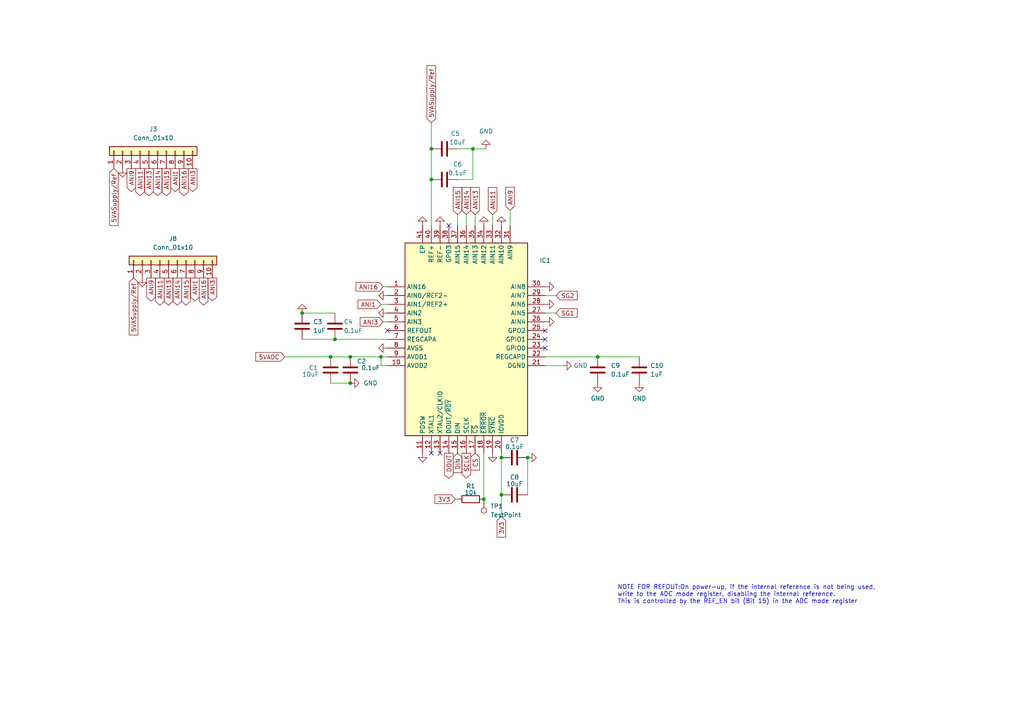
<source format=kicad_sch>
(kicad_sch (version 20230121) (generator eeschema)
  (paper "A4")
  (lib_symbols
    (symbol "21xt_symbols:AD7175-8BCPZ-RL7"
      (property "Reference" "IC" (at 41.91 17.78 0))
      (property "Value" "AD7175-8BCPZ-RL7" (at 41.91 15.24 0))
      (symbol "AD7175-8BCPZ-RL7_1_1"
        (rectangle (start 5.08 12.7) (end 40.64 -43.18) (stroke (width 0.254)) (fill (type background)))
        (pin passive line (at 0 0 0) (length 5.08) (name "AIN16") (number "1"))
        (pin passive line (at 0 -22.86 0) (length 5.08) (name "AVDD2") (number "10"))
        (pin passive line (at 10.16 -48.26 90) (length 5.08) (name "PDSW") (number "11"))
        (pin passive line (at 12.7 -48.26 90) (length 5.08) (name "XTAL1") (number "12"))
        (pin passive line (at 15.24 -48.26 90) (length 5.08) (name "XTAL2/CLKIO") (number "13"))
        (pin passive line (at 17.78 -48.26 90) (length 5.08) (name "DOUT/~{RDY}") (number "14"))
        (pin passive line (at 20.32 -48.26 90) (length 5.08) (name "DIN") (number "15"))
        (pin passive line (at 22.86 -48.26 90) (length 5.08) (name "SCLK") (number "16"))
        (pin passive line (at 25.4 -48.26 90) (length 5.08) (name "~{CS}") (number "17"))
        (pin passive line (at 27.94 -48.26 90) (length 5.08) (name "~{ERROR}") (number "18"))
        (pin passive line (at 30.48 -48.26 90) (length 5.08) (name "~{SYNC}") (number "19"))
        (pin passive line (at 0 -2.54 0) (length 5.08) (name "AIN0/REF2-") (number "2"))
        (pin passive line (at 33.02 -48.26 90) (length 5.08) (name "IOVDD") (number "20"))
        (pin passive line (at 45.72 -22.86 180) (length 5.08) (name "DGND") (number "21"))
        (pin passive line (at 45.72 -20.32 180) (length 5.08) (name "REGCAPD") (number "22"))
        (pin passive line (at 45.72 -17.78 180) (length 5.08) (name "GPIO0") (number "23"))
        (pin passive line (at 45.72 -15.24 180) (length 5.08) (name "GPIO1") (number "24"))
        (pin passive line (at 45.72 -12.7 180) (length 5.08) (name "GPO2") (number "25"))
        (pin passive line (at 45.72 -10.16 180) (length 5.08) (name "AIN4") (number "26"))
        (pin passive line (at 45.72 -7.62 180) (length 5.08) (name "AIN5") (number "27"))
        (pin passive line (at 45.72 -5.08 180) (length 5.08) (name "AIN6") (number "28"))
        (pin passive line (at 45.72 -2.54 180) (length 5.08) (name "AIN7") (number "29"))
        (pin passive line (at 0 -5.08 0) (length 5.08) (name "AIN1/REF2+") (number "3"))
        (pin passive line (at 45.72 0 180) (length 5.08) (name "AIN8") (number "30"))
        (pin passive line (at 35.56 17.78 270) (length 5.08) (name "AIN9") (number "31"))
        (pin passive line (at 33.02 17.78 270) (length 5.08) (name "AIN10") (number "32"))
        (pin passive line (at 30.48 17.78 270) (length 5.08) (name "AIN11") (number "33"))
        (pin passive line (at 27.94 17.78 270) (length 5.08) (name "AIN12") (number "34"))
        (pin passive line (at 25.4 17.78 270) (length 5.08) (name "AIN13") (number "35"))
        (pin passive line (at 22.86 17.78 270) (length 5.08) (name "AIN14") (number "36"))
        (pin passive line (at 20.32 17.78 270) (length 5.08) (name "AIN15") (number "37"))
        (pin passive line (at 17.78 17.78 270) (length 5.08) (name "GPO3") (number "38"))
        (pin passive line (at 15.24 17.78 270) (length 5.08) (name "REF-") (number "39"))
        (pin passive line (at 0 -7.62 0) (length 5.08) (name "AIN2") (number "4"))
        (pin passive line (at 12.7 17.78 270) (length 5.08) (name "REF+") (number "40"))
        (pin passive line (at 10.16 17.78 270) (length 5.08) (name "EP") (number "41"))
        (pin passive line (at 0 -10.16 0) (length 5.08) (name "AIN3") (number "5"))
        (pin passive line (at 0 -12.7 0) (length 5.08) (name "REFOUT") (number "6"))
        (pin passive line (at 0 -15.24 0) (length 5.08) (name "REGCAPA") (number "7"))
        (pin passive line (at 0 -17.78 0) (length 5.08) (name "AVSS") (number "8"))
        (pin passive line (at 0 -20.32 0) (length 5.08) (name "AVDD1") (number "9"))
      )
    )
    (symbol "Connector:TestPoint" (pin_numbers hide) (pin_names (offset 0.762) hide)
      (property "Reference" "TP" (at 0 6.858 0))
      (property "Value" "TestPoint" (at 0 5.08 0))
      (symbol "TestPoint_0_1"
        (circle (center 0 3.302) (radius 0.762))
      )
      (symbol "TestPoint_1_1"
        (pin passive line (at 0 0 90) (length 2.54) (name "1") (number "1"))
      )
    )
    (symbol "Connector_Generic:Conn_01x10" (pin_names (offset 1.016) hide)
      (property "Reference" "J" (at 0 12.7 0))
      (property "Value" "Conn_01x10" (at 0 -15.24 0))
      (symbol "Conn_01x10_1_1"
        (rectangle (start -1.27 -12.573) (end 0 -12.827) (stroke (width 0.1524)))
        (rectangle (start -1.27 -10.033) (end 0 -10.287) (stroke (width 0.1524)))
        (rectangle (start -1.27 -7.493) (end 0 -7.747) (stroke (width 0.1524)))
        (rectangle (start -1.27 -4.953) (end 0 -5.207) (stroke (width 0.1524)))
        (rectangle (start -1.27 -2.413) (end 0 -2.667) (stroke (width 0.1524)))
        (rectangle (start -1.27 0.127) (end 0 -0.127) (stroke (width 0.1524)))
        (rectangle (start -1.27 2.667) (end 0 2.413) (stroke (width 0.1524)))
        (rectangle (start -1.27 5.207) (end 0 4.953) (stroke (width 0.1524)))
        (rectangle (start -1.27 7.747) (end 0 7.493) (stroke (width 0.1524)))
        (rectangle (start -1.27 10.287) (end 0 10.033) (stroke (width 0.1524)))
        (rectangle (start -1.27 11.43) (end 1.27 -13.97) (stroke (width 0.254)) (fill (type background)))
        (pin passive line (at -5.08 10.16 0) (length 3.81) (name "Pin_1") (number "1"))
        (pin passive line (at -5.08 -12.7 0) (length 3.81) (name "Pin_10") (number "10"))
        (pin passive line (at -5.08 7.62 0) (length 3.81) (name "Pin_2") (number "2"))
        (pin passive line (at -5.08 5.08 0) (length 3.81) (name "Pin_3") (number "3"))
        (pin passive line (at -5.08 2.54 0) (length 3.81) (name "Pin_4") (number "4"))
        (pin passive line (at -5.08 0 0) (length 3.81) (name "Pin_5") (number "5"))
        (pin passive line (at -5.08 -2.54 0) (length 3.81) (name "Pin_6") (number "6"))
        (pin passive line (at -5.08 -5.08 0) (length 3.81) (name "Pin_7") (number "7"))
        (pin passive line (at -5.08 -7.62 0) (length 3.81) (name "Pin_8") (number "8"))
        (pin passive line (at -5.08 -10.16 0) (length 3.81) (name "Pin_9") (number "9"))
      )
    )
    (symbol "Device:C" (pin_numbers hide) (pin_names (offset 0.254))
      (property "Reference" "C" (at 0.635 2.54 0))
      (property "Value" "C" (at 0.635 -2.54 0))
      (symbol "C_0_1"
        (polyline (pts (xy -2.032 -0.762) (xy 2.032 -0.762)) (stroke (width 0.508)))
        (polyline (pts (xy -2.032 0.762) (xy 2.032 0.762)) (stroke (width 0.508)))
      )
      (symbol "C_1_1"
        (pin passive line (at 0 3.81 270) (length 2.794) (name "~") (number "1"))
        (pin passive line (at 0 -3.81 90) (length 2.794) (name "~") (number "2"))
      )
    )
    (symbol "Device:R" (pin_numbers hide) (pin_names (offset 0))
      (property "Reference" "R" (at 2.032 0 90))
      (property "Value" "R" (at 0 0 90))
      (symbol "R_0_1"
        (rectangle (start -1.016 -2.54) (end 1.016 2.54) (stroke (width 0.254)))
      )
      (symbol "R_1_1"
        (pin passive line (at 0 3.81 270) (length 1.27) (name "~") (number "1"))
        (pin passive line (at 0 -3.81 90) (length 1.27) (name "~") (number "2"))
      )
    )
    (symbol "power:GND" (power) (pin_names (offset 0))
      (property "Value" "GND" (at 0 -3.81 0))
      (symbol "GND_0_1"
        (polyline (pts (xy 0 0) (xy 0 -1.27) (xy 1.27 -1.27) (xy 0 -2.54) (xy -1.27 -1.27) (xy 0 -1.27)))
      )
      (symbol "GND_1_1"
        (pin power_in line (at 0 0 270) (length 0) hide (name "GND") (number "1"))
      )
    )
  )
  (junction (at 145.415 132.715))
  (junction (at 87.63 90.805))
  (junction (at 101.6 111.125))
  (junction (at 153.035 132.715))
  (junction (at 110.49 103.505))
  (junction (at 140.335 144.78))
  (junction (at 173.355 103.505))
  (junction (at 95.885 103.505))
  (junction (at 145.415 143.51))
  (junction (at 125.095 43.18))
  (junction (at 137.16 43.18))
  (junction (at 97.155 98.425))
  (junction (at 125.095 52.07))
  (junction (at 101.6 103.505))
  (no_connect (at 130.175 65.405))
  (no_connect (at 158.115 100.965))
  (no_connect (at 112.395 95.885))
  (no_connect (at 125.095 131.445))
  (no_connect (at 158.115 98.425))
  (no_connect (at 158.115 95.885))
  (no_connect (at 127.635 131.445))
  (wire (pts (xy 111.125 93.345) (xy 112.395 93.345)))
  (wire (pts (xy 87.63 90.805) (xy 97.155 90.805)))
  (wire (pts (xy 111.125 83.185) (xy 112.395 83.185)))
  (wire (pts (xy 145.415 143.51) (xy 145.415 149.86)))
  (wire (pts (xy 158.115 106.045) (xy 163.195 106.045)))
  (wire (pts (xy 153.035 132.715) (xy 153.035 143.51)))
  (wire (pts (xy 82.55 103.505) (xy 95.885 103.505)))
  (wire (pts (xy 110.49 103.505) (xy 112.395 103.505)))
  (wire (pts (xy 97.155 98.425) (xy 112.395 98.425)))
  (wire (pts (xy 110.49 88.265) (xy 112.395 88.265)))
  (wire (pts (xy 137.795 62.23) (xy 137.795 65.405)))
  (wire (pts (xy 137.16 43.18) (xy 140.97 43.18)))
  (wire (pts (xy 95.885 111.125) (xy 101.6 111.125)))
  (wire (pts (xy 125.095 35.56) (xy 125.095 43.18)))
  (wire (pts (xy 135.255 62.23) (xy 135.255 65.405)))
  (wire (pts (xy 132.715 62.23) (xy 132.715 65.405)))
  (wire (pts (xy 87.63 98.425) (xy 97.155 98.425)))
  (wire (pts (xy 140.335 131.445) (xy 140.335 144.78)))
  (wire (pts (xy 161.29 90.805) (xy 158.115 90.805)))
  (wire (pts (xy 125.095 52.07) (xy 125.095 65.405)))
  (wire (pts (xy 161.29 85.725) (xy 158.115 85.725)))
  (wire (pts (xy 145.415 132.715) (xy 145.415 143.51)))
  (wire (pts (xy 142.875 62.23) (xy 142.875 65.405)))
  (wire (pts (xy 101.6 103.505) (xy 110.49 103.505)))
  (wire (pts (xy 125.095 52.07) (xy 125.095 43.18)))
  (wire (pts (xy 147.955 60.96) (xy 147.955 65.405)))
  (wire (pts (xy 137.16 52.07) (xy 137.16 43.18)))
  (wire (pts (xy 137.16 43.18) (xy 132.715 43.18)))
  (wire (pts (xy 145.415 131.445) (xy 145.415 132.715)))
  (wire (pts (xy 112.395 106.045) (xy 110.49 106.045)))
  (wire (pts (xy 173.355 103.505) (xy 185.42 103.505)))
  (wire (pts (xy 132.715 52.07) (xy 137.16 52.07)))
  (wire (pts (xy 95.885 103.505) (xy 101.6 103.505)))
  (wire (pts (xy 132.08 144.78) (xy 132.715 144.78)))
  (wire (pts (xy 110.49 106.045) (xy 110.49 103.505)))
  (wire (pts (xy 158.115 103.505) (xy 173.355 103.505)))
  (text "NOTE FOR REFOUT:On power-up, if the internal reference is not being used, \nwrite to the ADC mode register, disabling the internal reference. \nThis is controlled by the REF_EN bit (Bit 15) in the ADC mode register" (at 179.07 175.26 0) (effects (font (size 1.27 1.27)) (justify left bottom)))
  (global_label "ANI11" (shape input) (at 142.875 62.23 90) (property "Intersheetrefs" "${INTERSHEET_REFS}" (effects hide)))
  (global_label "ANI16" (shape output) (at 59.055 80.645 270) (property "Intersheetrefs" "${INTERSHEET_REFS}" (effects hide)))
  (global_label "ANI1" (shape input) (at 110.49 88.265 180) (property "Intersheetrefs" "${INTERSHEET_REFS}" (effects hide)))
  (global_label "SCLK" (shape output) (at 135.255 131.445 270) (property "Intersheetrefs" "${INTERSHEET_REFS}" (effects hide)))
  (global_label "ANI9" (shape output) (at 43.815 80.645 270) (property "Intersheetrefs" "${INTERSHEET_REFS}" (effects hide)))
  (global_label "ANI14" (shape output) (at 45.72 48.895 270) (property "Intersheetrefs" "${INTERSHEET_REFS}" (effects hide)))
  (global_label "5VASupply{slash}Ref" (shape input) (at 125.095 35.56 90) (property "Intersheetrefs" "${INTERSHEET_REFS}" (effects hide)))
  (global_label "ANI3" (shape output) (at 55.88 48.895 270) (property "Intersheetrefs" "${INTERSHEET_REFS}" (effects hide)))
  (global_label "ANI3" (shape input) (at 111.125 93.345 180) (property "Intersheetrefs" "${INTERSHEET_REFS}" (effects hide)))
  (global_label "5VASupply{slash}Ref" (shape input) (at 38.735 80.645 270) (property "Intersheetrefs" "${INTERSHEET_REFS}" (effects hide)))
  (global_label "ANI15" (shape output) (at 53.975 80.645 270) (property "Intersheetrefs" "${INTERSHEET_REFS}" (effects hide)))
  (global_label "ANI3" (shape output) (at 61.595 80.645 270) (property "Intersheetrefs" "${INTERSHEET_REFS}" (effects hide)))
  (global_label "ANI11" (shape output) (at 40.64 48.895 270) (property "Intersheetrefs" "${INTERSHEET_REFS}" (effects hide)))
  (global_label "DOUT" (shape output) (at 130.175 131.445 270) (property "Intersheetrefs" "${INTERSHEET_REFS}" (effects hide)))
  (global_label "3V3" (shape input) (at 145.415 149.86 270) (property "Intersheetrefs" "${INTERSHEET_REFS}" (effects hide)))
  (global_label "ANI1" (shape output) (at 50.8 48.895 270) (property "Intersheetrefs" "${INTERSHEET_REFS}" (effects hide)))
  (global_label "5VADC" (shape input) (at 82.55 103.505 180) (property "Intersheetrefs" "${INTERSHEET_REFS}" (effects hide)))
  (global_label "SG1" (shape input) (at 161.29 90.805 0) (property "Intersheetrefs" "${INTERSHEET_REFS}" (effects hide)))
  (global_label "ANI9" (shape output) (at 38.1 48.895 270) (property "Intersheetrefs" "${INTERSHEET_REFS}" (effects hide)))
  (global_label "ANI13" (shape output) (at 43.18 48.895 270) (property "Intersheetrefs" "${INTERSHEET_REFS}" (effects hide)))
  (global_label "ANI15" (shape input) (at 132.715 62.23 90) (property "Intersheetrefs" "${INTERSHEET_REFS}" (effects hide)))
  (global_label "CS" (shape input) (at 137.795 131.445 270) (property "Intersheetrefs" "${INTERSHEET_REFS}" (effects hide)))
  (global_label "ANI13" (shape input) (at 137.795 62.23 90) (property "Intersheetrefs" "${INTERSHEET_REFS}" (effects hide)))
  (global_label "ANI14" (shape output) (at 51.435 80.645 270) (property "Intersheetrefs" "${INTERSHEET_REFS}" (effects hide)))
  (global_label "ANI11" (shape output) (at 46.355 80.645 270) (property "Intersheetrefs" "${INTERSHEET_REFS}" (effects hide)))
  (global_label "DIN" (shape input) (at 132.715 131.445 270) (property "Intersheetrefs" "${INTERSHEET_REFS}" (effects hide)))
  (global_label "ANI1" (shape output) (at 56.515 80.645 270) (property "Intersheetrefs" "${INTERSHEET_REFS}" (effects hide)))
  (global_label "ANI16" (shape output) (at 53.34 48.895 270) (property "Intersheetrefs" "${INTERSHEET_REFS}" (effects hide)))
  (global_label "3V3" (shape input) (at 132.08 144.78 180) (property "Intersheetrefs" "${INTERSHEET_REFS}" (effects hide)))
  (global_label "ANI13" (shape output) (at 48.895 80.645 270) (property "Intersheetrefs" "${INTERSHEET_REFS}" (effects hide)))
  (global_label "5VASupply{slash}Ref" (shape input) (at 33.02 48.895 270) (property "Intersheetrefs" "${INTERSHEET_REFS}" (effects hide)))
  (global_label "ANI16" (shape input) (at 111.125 83.185 180) (property "Intersheetrefs" "${INTERSHEET_REFS}" (effects hide)))
  (global_label "ANI14" (shape input) (at 135.255 62.23 90) (property "Intersheetrefs" "${INTERSHEET_REFS}" (effects hide)))
  (global_label "SG2" (shape input) (at 161.29 85.725 0) (property "Intersheetrefs" "${INTERSHEET_REFS}" (effects hide)))
  (global_label "ANI15" (shape output) (at 48.26 48.895 270) (property "Intersheetrefs" "${INTERSHEET_REFS}" (effects hide)))
  (global_label "ANI9" (shape input) (at 147.955 60.96 90) (property "Intersheetrefs" "${INTERSHEET_REFS}" (effects hide)))
  (symbol (lib_id "power:GND") (at 122.555 131.445 0) (unit 1)
    (property "Reference" "#PWR09" (effects hide))
    (property "Value" "GND" (effects hide))
    (instances (project "mainbox1.0" (path "" (reference "#PWR09") (unit 1)) (path "" (reference "#PWR08") (unit 1))) (project "Mainboard_priv" (path "" (reference "#PWR09") (unit 1)) (path "" (reference "#PWR030") (unit 1))))
  )
  (symbol (lib_id "power:GND") (at 145.415 65.405 180) (unit 1)
    (property "Reference" "#PWR013" (effects hide))
    (property "Value" "GND" (effects hide))
    (instances (project "mainbox1.0" (path "" (reference "#PWR013") (unit 1))) (project "Mainboard_priv" (path "" (reference "#PWR042") (unit 1))))
  )
  (symbol (lib_id "power:GND") (at 153.035 132.715 90) (unit 1)
    (property "Reference" "#PWR013" (effects hide))
    (property "Value" "GND" (effects hide))
    (instances (project "mainbox1.0" (path "" (reference "#PWR013") (unit 1)) (path "" (reference "#PWR014") (unit 1))) (project "Mainboard_priv" (path "" (reference "#PWR013") (unit 1)) (path "" (reference "#PWR034") (unit 1))))
  )
  (symbol (lib_id "power:GND") (at 185.42 111.125 0) (unit 1)
    (property "Reference" "#PWR018" (effects hide))
    (property "Value" "GND" (at 185.42 115.57 0))
    (instances (project "mainbox1.0" (path "" (reference "#PWR018") (unit 1)) (path "" (reference "#PWR020") (unit 1))) (project "Mainboard_priv" (path "" (reference "#PWR018") (unit 1)) (path "" (reference "#PWR039") (unit 1))))
  )
  (symbol (lib_id "Device:C") (at 95.885 107.315 0) (unit 1)
    (property "Reference" "C1" (at 89.535 106.68 0) (effects (justify left)))
    (property "Value" "10uF" (at 87.63 108.585 0) (effects (justify left)))
    (property "Footprint" "Capacitor_SMD:C_0603_1608Metric" (effects hide))
    (instances (project "mainbox1.0" (path "" (reference "C1") (unit 1)) (path "" (reference "C2") (unit 1))) (project "Mainboard_priv" (path "" (reference "C2") (unit 1)) (path "" (reference "C15") (unit 1))))
  )
  (symbol (lib_id "Device:C") (at 87.63 94.615 0) (unit 1)
    (property "Reference" "C3" (at 90.805 93.345 0) (effects (justify left)))
    (property "Value" "1uF" (at 90.805 95.885 0) (effects (justify left)))
    (property "Footprint" "Capacitor_SMD:C_0603_1608Metric" (effects hide))
    (instances (project "mainbox1.0" (path "" (reference "C3") (unit 1)) (path "" (reference "C1") (unit 1))) (project "Mainboard_priv" (path "" (reference "C1") (unit 1)) (path "" (reference "C14") (unit 1))))
  )
  (symbol (lib_id "power:GND") (at 173.355 111.125 0) (unit 1)
    (property "Reference" "#PWR017" (effects hide))
    (property "Value" "GND" (at 173.355 115.57 0))
    (instances (project "mainbox1.0" (path "" (reference "#PWR017") (unit 1)) (path "" (reference "#PWR019") (unit 1))) (project "Mainboard_priv" (path "" (reference "#PWR017") (unit 1)) (path "" (reference "#PWR038") (unit 1))))
  )
  (symbol (lib_id "Device:C") (at 149.225 132.715 90) (unit 1)
    (property "Reference" "C7" (at 149.225 127.635 90))
    (property "Value" "0.1uF" (at 149.225 129.54 90))
    (property "Footprint" "Capacitor_SMD:C_0603_1608Metric" (effects hide))
    (instances (project "mainbox1.0" (path "" (reference "C7") (unit 1)) (path "" (reference "C7") (unit 1))) (project "Mainboard_priv" (path "" (reference "C7") (unit 1)) (path "" (reference "C20") (unit 1))))
  )
  (symbol (lib_id "Connector:TestPoint") (at 140.335 144.78 180) (unit 1)
    (property "Reference" "TP1" (at 142.24 146.812 0) (effects (justify right)))
    (property "Value" "TestPoint" (at 142.24 149.352 0) (effects (justify right)))
  )
  (symbol (lib_id "power:GND") (at 112.395 85.725 270) (unit 1)
    (property "Reference" "#PWR04" (effects hide))
    (property "Value" "GND" (effects hide))
    (instances (project "mainbox1.0" (path "" (reference "#PWR04") (unit 1)) (path "" (reference "#PWR04") (unit 1))) (project "Mainboard_priv" (path "" (reference "#PWR05") (unit 1)) (path "" (reference "#PWR026") (unit 1))))
  )
  (symbol (lib_id "Device:R") (at 136.525 144.78 90) (unit 1)
    (property "Reference" "R1" (at 136.525 140.97 90))
    (property "Value" "10k" (at 136.525 142.875 90))
    (property "Footprint" "Resistor_SMD:R_0603_1608Metric" (effects hide))
    (instances (project "mainbox1.0" (path "" (reference "R1") (unit 1)) (path "" (reference "R1") (unit 1))) (project "Mainboard_priv" (path "" (reference "R1") (unit 1)) (path "" (reference "R2") (unit 1))))
  )
  (symbol (lib_id "power:GND") (at 112.395 100.965 270) (unit 1)
    (property "Reference" "#PWR06" (effects hide))
    (property "Value" "GND" (effects hide))
    (instances (project "mainbox1.0" (path "" (reference "#PWR06") (unit 1)) (path "" (reference "#PWR06") (unit 1))) (project "Mainboard_priv" (path "" (reference "#PWR07") (unit 1)) (path "" (reference "#PWR028") (unit 1))))
  )
  (symbol (lib_id "Connector_Generic:Conn_01x10") (at 43.18 43.815 90) (unit 1)
    (property "Reference" "J3" (at 44.45 37.465 90))
    (property "Value" "Conn_01x10" (at 44.45 40.005 90))
    (instances (project "mainbox1.0" (path "" (reference "J3") (unit 1))) (project "Mainboard_priv" (path "" (reference "J4") (unit 1))))
  )
  (symbol (lib_id "power:GND") (at 140.97 43.18 180) (unit 1)
    (property "Reference" "#PWR011" (effects hide))
    (property "Value" "GND" (at 140.97 38.1 0))
    (instances (project "mainbox1.0" (path "" (reference "#PWR011") (unit 1)) (path "" (reference "#PWR011") (unit 1))) (project "Mainboard_priv" (path "" (reference "#PWR011") (unit 1)) (path "" (reference "#PWR032") (unit 1))))
  )
  (symbol (lib_id "power:GND") (at 163.195 106.045 90) (unit 1)
    (property "Reference" "#PWR016" (effects hide))
    (property "Value" "GND" (at 166.37 106.045 90) (effects (justify right)))
    (instances (project "mainbox1.0" (path "" (reference "#PWR016") (unit 1)) (path "" (reference "#PWR018") (unit 1))) (project "Mainboard_priv" (path "" (reference "#PWR016") (unit 1)) (path "" (reference "#PWR037") (unit 1))))
  )
  (symbol (lib_id "power:GND") (at 158.115 93.345 90) (unit 1)
    (property "Reference" "#PWR015" (effects hide))
    (property "Value" "GND" (effects hide))
    (instances (project "mainbox1.0" (path "" (reference "#PWR015") (unit 1)) (path "" (reference "#PWR017") (unit 1))) (project "Mainboard_priv" (path "" (reference "#PWR015") (unit 1)) (path "" (reference "#PWR036") (unit 1))))
  )
  (symbol (lib_id "power:GND") (at 122.555 65.405 180) (unit 1)
    (property "Reference" "#PWR08" (effects hide))
    (property "Value" "GND" (effects hide))
    (instances (project "mainbox1.0" (path "" (reference "#PWR08") (unit 1)) (path "" (reference "#PWR07") (unit 1))) (project "Mainboard_priv" (path "" (reference "#PWR08") (unit 1)) (path "" (reference "#PWR029") (unit 1))))
  )
  (symbol (lib_id "Connector_Generic:Conn_01x10") (at 48.895 75.565 90) (unit 1)
    (property "Reference" "J8" (at 50.165 69.215 90))
    (property "Value" "Conn_01x10" (at 50.165 71.755 90))
    (instances (project "mainbox1.0" (path "" (reference "J8") (unit 1))) (project "Mainboard_priv" (path "" (reference "J4") (unit 1))))
  )
  (symbol (lib_id "Device:C") (at 173.355 107.315 0) (unit 1)
    (property "Reference" "C9" (at 177.165 106.045 0) (effects (justify left)))
    (property "Value" "0.1uF" (at 177.165 108.585 0) (effects (justify left)))
    (property "Footprint" "Capacitor_SMD:C_0603_1608Metric" (effects hide))
    (instances (project "mainbox1.0" (path "" (reference "C9") (unit 1)) (path "" (reference "C9") (unit 1))) (project "Mainboard_priv" (path "" (reference "C9") (unit 1)) (path "" (reference "C22") (unit 1))))
  )
  (symbol (lib_id "power:GND") (at 35.56 48.895 0) (unit 1)
    (property "Reference" "#PWR025" (effects hide))
    (property "Value" "GND" (effects hide))
    (instances (project "mainbox1.0" (path "" (reference "#PWR025") (unit 1))) (project "Mainboard_priv" (path "" (reference "#PWR023") (unit 1))))
  )
  (symbol (lib_id "21xt_symbols:AD7175-8BCPZ-RL7") (at 112.395 83.185 0) (unit 1)
    (property "Reference" "IC1" (at 158.115 75.565 0))
    (property "Value" "AD7175-8BCPZ-RL7" (effects hide))
    (property "Datasheet" "https://componentsearchengine.com/Datasheets/2/AD7175-8BCPZ-RL7.pdf" (effects hide))
    (property "Height" "0.8" (effects hide))
    (property "Mouser Part Number" "584-AD7175-8BCPZ-RL7" (effects hide))
    (property "Mouser Price/Stock" "https://www.mouser.co.uk/ProductDetail/Analog-Devices/AD7175-8BCPZ-RL7?qs=JeIcUl65ClCxXjl02vXI6Q%3D%3D" (effects hide))
    (property "Manufacturer_Name" "Analog Devices" (effects hide))
    (property "Manufacturer_Part_Number" "AD7175-8BCPZ-RL7" (effects hide))
    (instances (project "mainbox1.0" (path "" (reference "IC1") (unit 1)) (path "" (reference "IC1") (unit 1))) (project "Mainboard_priv" (path "" (reference "IC1") (unit 1)) (path "" (reference "IC2") (unit 1))))
  )
  (symbol (lib_id "power:GND") (at 158.115 88.265 90) (unit 1)
    (property "Reference" "#PWR014" (effects hide))
    (property "Value" "GND" (effects hide))
    (instances (project "mainbox1.0" (path "" (reference "#PWR014") (unit 1)) (path "" (reference "#PWR016") (unit 1))) (project "Mainboard_priv" (path "" (reference "#PWR014") (unit 1)) (path "" (reference "#PWR035") (unit 1))))
  )
  (symbol (lib_id "power:GND") (at 142.875 131.445 0) (unit 1)
    (property "Reference" "#PWR012" (effects hide))
    (property "Value" "GND" (effects hide))
    (instances (project "mainbox1.0" (path "" (reference "#PWR012") (unit 1)) (path "" (reference "#PWR012") (unit 1))) (project "Mainboard_priv" (path "" (reference "#PWR012") (unit 1)) (path "" (reference "#PWR033") (unit 1))))
  )
  (symbol (lib_id "Device:C") (at 128.905 52.07 90) (unit 1)
    (property "Reference" "C6" (at 132.715 47.625 90))
    (property "Value" "0.1uF" (at 132.715 50.165 90))
    (property "Footprint" "Capacitor_SMD:C_0603_1608Metric" (effects hide))
    (instances (project "mainbox1.0" (path "" (reference "C6") (unit 1)) (path "" (reference "C6") (unit 1))) (project "Mainboard_priv" (path "" (reference "C6") (unit 1)) (path "" (reference "C19") (unit 1))))
  )
  (symbol (lib_id "Device:C") (at 101.6 107.315 0) (unit 1)
    (property "Reference" "C2" (at 103.505 104.775 0) (effects (justify left)))
    (property "Value" "0.1uF" (at 104.775 106.68 0) (effects (justify left)))
    (property "Footprint" "Capacitor_SMD:C_0603_1608Metric" (effects hide))
    (instances (project "mainbox1.0" (path "" (reference "C2") (unit 1)) (path "" (reference "C4") (unit 1))) (project "Mainboard_priv" (path "" (reference "C4") (unit 1)) (path "" (reference "C17") (unit 1))))
  )
  (symbol (lib_id "Device:C") (at 97.155 94.615 0) (unit 1)
    (property "Reference" "C4" (at 99.695 93.345 0) (effects (justify left)))
    (property "Value" "0.1uF" (at 99.695 95.885 0) (effects (justify left)))
    (property "Footprint" "Capacitor_SMD:C_0603_1608Metric" (effects hide))
    (instances (project "mainbox1.0" (path "" (reference "C4") (unit 1)) (path "" (reference "C3") (unit 1))) (project "Mainboard_priv" (path "" (reference "C3") (unit 1)) (path "" (reference "C16") (unit 1))))
  )
  (symbol (lib_id "Device:C") (at 149.225 143.51 90) (unit 1)
    (property "Reference" "C8" (at 149.225 138.43 90))
    (property "Value" "10uF" (at 149.225 140.335 90))
    (property "Footprint" "Capacitor_SMD:C_0603_1608Metric" (effects hide))
    (instances (project "mainbox1.0" (path "" (reference "C8") (unit 1)) (path "" (reference "C8") (unit 1))) (project "Mainboard_priv" (path "" (reference "C8") (unit 1)) (path "" (reference "C21") (unit 1))))
  )
  (symbol (lib_id "power:GND") (at 41.275 80.645 0) (unit 1)
    (property "Reference" "#PWR048" (effects hide))
    (property "Value" "GND" (effects hide))
    (instances (project "mainbox1.0" (path "" (reference "#PWR048") (unit 1))) (project "Mainboard_priv" (path "" (reference "#PWR023") (unit 1))))
  )
  (symbol (lib_id "power:GND") (at 158.115 83.185 90) (unit 1)
    (property "Reference" "#PWR015" (effects hide))
    (property "Value" "GND" (effects hide))
    (instances (project "mainbox1.0" (path "" (reference "#PWR015") (unit 1))) (project "Mainboard_priv" (path "" (reference "#PWR041") (unit 1))))
  )
  (symbol (lib_id "power:GND") (at 140.335 65.405 180) (unit 1)
    (property "Reference" "#PWR010" (effects hide))
    (property "Value" "GND" (effects hide))
    (instances (project "mainbox1.0" (path "" (reference "#PWR010") (unit 1))) (project "Mainboard_priv" (path "" (reference "#PWR043") (unit 1))))
  )
  (symbol (lib_id "power:GND") (at 87.63 90.805 180) (unit 1)
    (property "Reference" "#PWR03" (effects hide))
    (property "Value" "GND" (effects hide))
    (instances (project "mainbox1.0" (path "" (reference "#PWR03") (unit 1)) (path "" (reference "#PWR02") (unit 1))) (project "Mainboard_priv" (path "" (reference "#PWR03") (unit 1)) (path "" (reference "#PWR024") (unit 1))))
  )
  (symbol (lib_id "Device:C") (at 185.42 107.315 0) (unit 1)
    (property "Reference" "C10" (at 188.595 106.045 0) (effects (justify left)))
    (property "Value" "1uF" (at 188.595 108.585 0) (effects (justify left)))
    (property "Footprint" "Capacitor_SMD:C_0603_1608Metric" (effects hide))
    (instances (project "mainbox1.0" (path "" (reference "C10") (unit 1)) (path "" (reference "C10") (unit 1))) (project "Mainboard_priv" (path "" (reference "C10") (unit 1)) (path "" (reference "C23") (unit 1))))
  )
  (symbol (lib_id "power:GND") (at 101.6 111.125 90) (unit 1)
    (property "Reference" "#PWR02" (effects hide))
    (property "Value" "GND" (at 105.41 111.125 90) (effects (justify right)))
    (instances (project "mainbox1.0" (path "" (reference "#PWR02") (unit 1)) (path "" (reference "#PWR03") (unit 1))) (project "Mainboard_priv" (path "" (reference "#PWR04") (unit 1)) (path "" (reference "#PWR025") (unit 1))))
  )
  (symbol (lib_id "power:GND") (at 127.635 65.405 180) (unit 1)
    (property "Reference" "#PWR010" (effects hide))
    (property "Value" "GND" (effects hide))
    (instances (project "mainbox1.0" (path "" (reference "#PWR010") (unit 1)) (path "" (reference "#PWR09") (unit 1))) (project "Mainboard_priv" (path "" (reference "#PWR010") (unit 1)) (path "" (reference "#PWR031") (unit 1))))
  )
  (symbol (lib_id "Device:C") (at 128.905 43.18 90) (unit 1)
    (property "Reference" "C5" (at 132.08 38.735 90))
    (property "Value" "10uF" (at 132.715 41.275 90))
    (property "Footprint" "Capacitor_SMD:C_0603_1608Metric" (effects hide))
    (instances (project "mainbox1.0" (path "" (reference "C5") (unit 1)) (path "" (reference "C5") (unit 1))) (project "Mainboard_priv" (path "" (reference "C5") (unit 1)) (path "" (reference "C18") (unit 1))))
  )
  (symbol (lib_id "power:GND") (at 112.395 90.805 270) (unit 1)
    (property "Reference" "#PWR05" (effects hide))
    (property "Value" "GND" (effects hide))
    (instances (project "mainbox1.0" (path "" (reference "#PWR05") (unit 1)) (path "" (reference "#PWR05") (unit 1))) (project "Mainboard_priv" (path "" (reference "#PWR06") (unit 1)) (path "" (reference "#PWR027") (unit 1))))
  )
)
</source>
